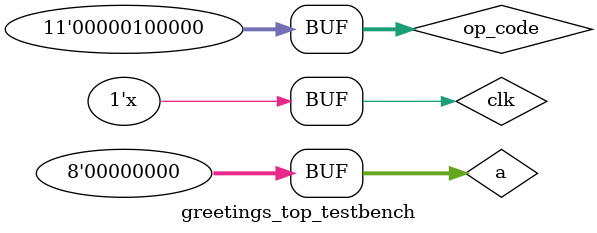
<source format=v>
`timescale 1ns / 1ps


module greetings_top_testbench;
reg clk;
reg [7:0]a;
reg [10:0]op_code;
wire [39:0] display;
greetings_top UUT(clk, a,op_code,display);
initial begin
clk=0; a=0;op_code=11'b00000100000;

end
always 
#70 a=0;
always
#10 a=a+1;
always
#1 clk=~clk;
endmodule



</source>
